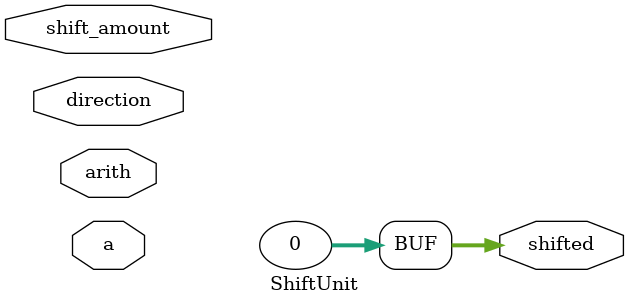
<source format=sv>
`timescale 1ns/1ps

module ShiftUnit #(
    parameter DATA_WIDTH = 32
)(
    input  logic [DATA_WIDTH-1:0] a,            // Changed from in_a
    input  logic [4:0]            shift_amount,  // Changed width to 5 bits
    input  logic                  arith,         // Arithmetic vs logical shift
    input  logic                  direction,     // Left vs right shift
    output logic [DATA_WIDTH-1:0] shifted       // Changed from out
);
    assign shifted = 32'b0;  // Placeholder implementation
endmodule
</source>
